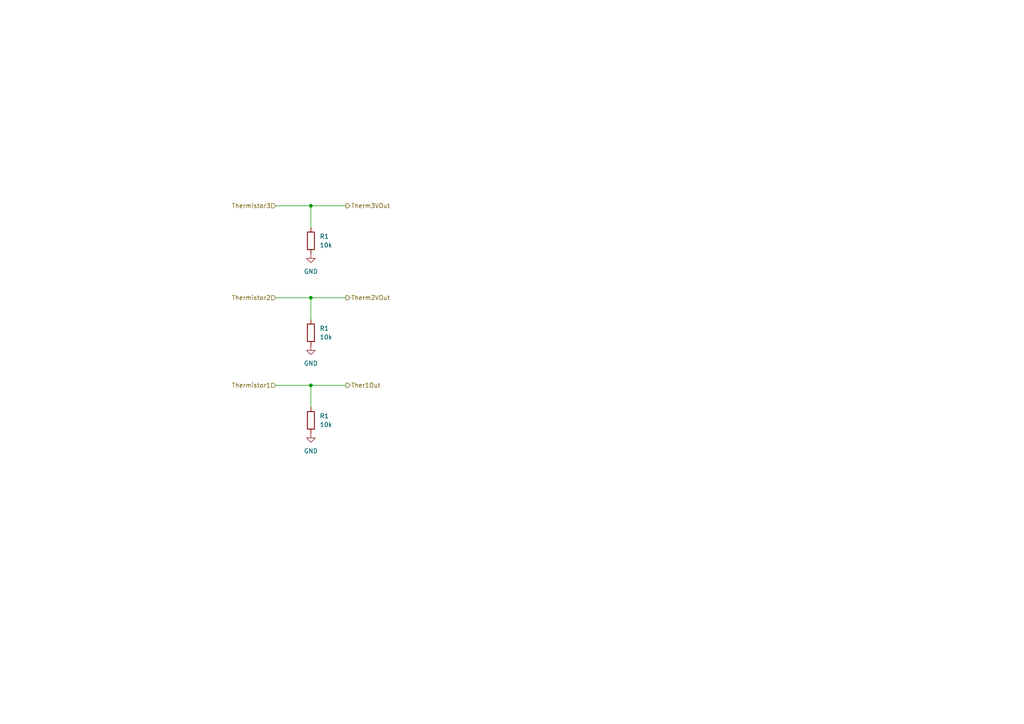
<source format=kicad_sch>
(kicad_sch (version 20230121) (generator eeschema)
  (paper "A4")
  (lib_symbols
    (symbol "Device:R" (pin_numbers hide) (pin_names (offset 0))
      (property "Reference" "R" (at 2.032 0 90))
      (property "Value" "R" (at 0 0 90))
      (symbol "R_0_1"
        (rectangle (start -1.016 -2.54) (end 1.016 2.54) (stroke (width 0.254)))
      )
      (symbol "R_1_1"
        (pin passive line (at 0 3.81 270) (length 1.27) (name "~") (number "1"))
        (pin passive line (at 0 -3.81 90) (length 1.27) (name "~") (number "2"))
      )
    )
    (symbol "power:GND" (power) (pin_names (offset 0))
      (property "Value" "GND" (at 0 -3.81 0))
      (symbol "GND_0_1"
        (polyline (pts (xy 0 0) (xy 0 -1.27) (xy 1.27 -1.27) (xy 0 -2.54) (xy -1.27 -1.27) (xy 0 -1.27)))
      )
      (symbol "GND_1_1"
        (pin power_in line (at 0 0 270) (length 0) hide (name "GND") (number "1"))
      )
    )
  )
  (junction (at 90.17 86.36))
  (junction (at 90.17 111.76))
  (junction (at 90.17 59.69))
  (wire (pts (xy 90.17 86.36) (xy 100.33 86.36)))
  (wire (pts (xy 90.17 86.36) (xy 90.17 92.71)))
  (wire (pts (xy 80.01 111.76) (xy 90.17 111.76)))
  (wire (pts (xy 90.17 111.76) (xy 90.17 118.11)))
  (wire (pts (xy 80.01 86.36) (xy 90.17 86.36)))
  (wire (pts (xy 80.01 59.69) (xy 90.17 59.69)))
  (wire (pts (xy 90.17 111.76) (xy 100.33 111.76)))
  (wire (pts (xy 90.17 59.69) (xy 90.17 66.04)))
  (wire (pts (xy 90.17 59.69) (xy 100.33 59.69)))
  (hierarchical_label "Therm2VOut" (shape output) (at 100.33 86.36 0))
  (hierarchical_label "Ther1Out" (shape output) (at 100.33 111.76 0))
  (hierarchical_label "Therm3VOut" (shape output) (at 100.33 59.69 0))
  (hierarchical_label "Thermistor3" (shape input) (at 80.01 59.69 180))
  (hierarchical_label "Thermistor2" (shape input) (at 80.01 86.36 180))
  (hierarchical_label "Thermistor1" (shape input) (at 80.01 111.76 180))
  (symbol (lib_id "Device:R") (at 90.17 121.92 0) (unit 1)
    (property "Reference" "R1" (at 92.71 120.65 0) (effects (justify left)))
    (property "Value" "10k" (at 92.71 123.19 0) (effects (justify left)))
    (instances (project "WholeBMS1" (path "" (reference "R1") (unit 1)) (path "" (reference "R23") (unit 1))))
  )
  (symbol (lib_id "power:GND") (at 90.17 125.73 0) (unit 1)
    (property "Reference" "#PWR01" (effects hide))
    (property "Value" "GND" (at 90.17 130.81 0))
    (instances (project "WholeBMS1" (path "" (reference "#PWR01") (unit 1)) (path "" (reference "#PWR018") (unit 1))))
  )
  (symbol (lib_id "Device:R") (at 90.17 69.85 0) (unit 1)
    (property "Reference" "R1" (at 92.71 68.58 0) (effects (justify left)))
    (property "Value" "10k" (at 92.71 71.12 0) (effects (justify left)))
    (instances (project "WholeBMS1" (path "" (reference "R1") (unit 1)) (path "" (reference "R21") (unit 1))))
  )
  (symbol (lib_id "power:GND") (at 90.17 73.66 0) (unit 1)
    (property "Reference" "#PWR01" (effects hide))
    (property "Value" "GND" (at 90.17 78.74 0))
    (instances (project "WholeBMS1" (path "" (reference "#PWR01") (unit 1)) (path "" (reference "#PWR016") (unit 1))))
  )
  (symbol (lib_id "Device:R") (at 90.17 96.52 0) (unit 1)
    (property "Reference" "R1" (at 92.71 95.25 0) (effects (justify left)))
    (property "Value" "10k" (at 92.71 97.79 0) (effects (justify left)))
    (instances (project "WholeBMS1" (path "" (reference "R1") (unit 1)) (path "" (reference "R22") (unit 1))))
  )
  (symbol (lib_id "power:GND") (at 90.17 100.33 0) (unit 1)
    (property "Reference" "#PWR01" (effects hide))
    (property "Value" "GND" (at 90.17 105.41 0))
    (instances (project "WholeBMS1" (path "" (reference "#PWR01") (unit 1)) (path "" (reference "#PWR017") (unit 1))))
  )
)
</source>
